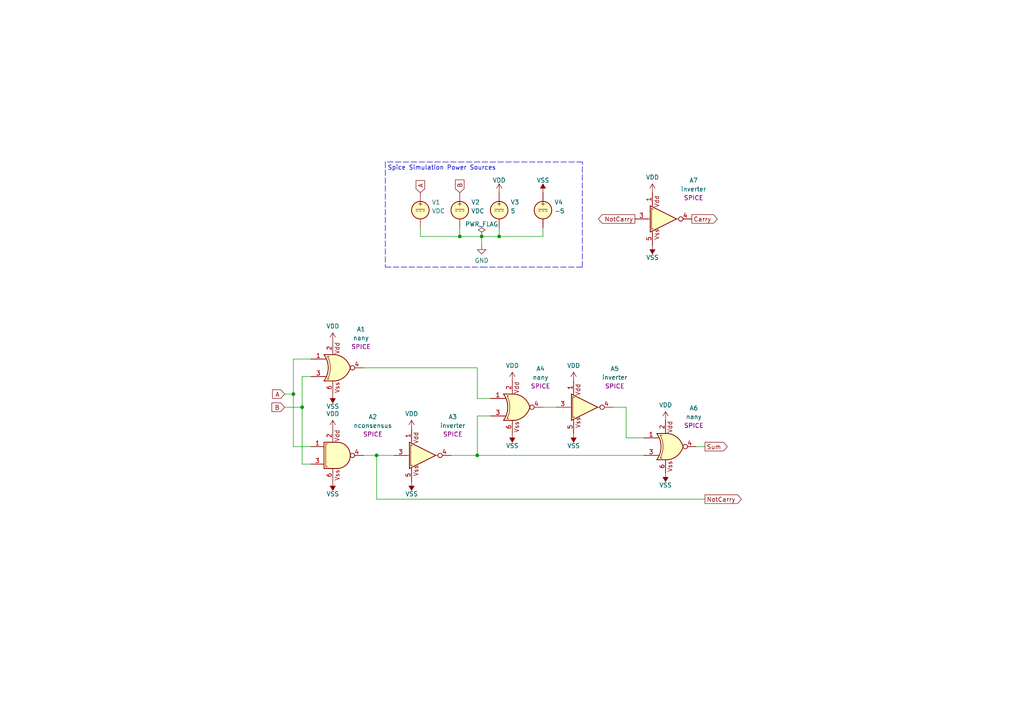
<source format=kicad_sch>
(kicad_sch (version 20211123) (generator eeschema)
  (paper "A4")
  (lib_symbols
    (symbol "Simulation_SPICE:VDC" (pin_numbers hide) (pin_names (offset 0.0254))
      (property "Reference" "V" (at 2.54 2.54 0))
      (property "Value" "VDC" (at 2.54 0 0))
      (property "Spice_Model" "dc(1)" (at 2.54 -2.54 0))
      (symbol "VDC_0_0"
        (polyline (pts (xy -1.27 0.254) (xy 1.27 0.254)))
        (polyline (pts (xy -0.762 -0.254) (xy -1.27 -0.254)))
        (polyline (pts (xy 0.254 -0.254) (xy -0.254 -0.254)))
        (polyline (pts (xy 1.27 -0.254) (xy 0.762 -0.254)))
        (text "+" (at 0 1.905 0) (effects (font (size 1.27 1.27))))
      )
      (symbol "VDC_0_1"
        (circle (center 0 0) (radius 2.54) (stroke (width 0.254)) (fill (type background)))
      )
      (symbol "VDC_1_1"
        (pin passive line (at 0 5.08 270) (length 2.54) (name "~") (number "1"))
        (pin passive line (at 0 -5.08 90) (length 2.54) (name "~") (number "2"))
      )
    )
    (symbol "TernaryLogic:inverter" (pin_names (offset 1.016))
      (property "Reference" "A" (at -0.635 1.27 0))
      (property "Value" "inverter" (at -0.635 -0.635 0))
      (property "Spice_Primitive" "X" (at -0.635 1.27 0))
      (property "Spice_Model" "Inverter" (at -0.635 1.27 0))
      (property "Spice_Netlist_Enabled" "Y" (at -0.635 1.27 0))
      (symbol "inverter_0_0"
        (polyline (pts (xy -3.81 0) (xy -3.302 0)))
        (polyline (pts (xy -2.54 -3.81) (xy -2.54 -3.556)))
        (polyline (pts (xy -2.54 3.81) (xy -2.54 3.556)))
        (polyline (pts (xy 5.08 0) (xy 4.318 0)))
        (text "Vdd" (at -1.27 5.08 900) (effects (font (size 1.27 1.27))))
        (text "Vss" (at -1.27 -4.445 900) (effects (font (size 1.27 1.27))))
      )
      (symbol "inverter_0_1"
        (polyline (pts (xy -2.794 3.048) (xy -2.286 2.794)) (stroke (width 0.1524)))
        (polyline (pts (xy -2.794 3.048) (xy -2.794 -3.048) (xy -2.286 -2.794)) (stroke (width 0.1524)))
      )
      (symbol "inverter_1_1"
        (polyline (pts (xy -3.175 3.81) (xy -3.175 -3.81) (xy 4.445 0) (xy -3.175 3.81)) (stroke (width 0.254)) (fill (type background)))
        (pin power_in line (at -2.54 7.62 270) (length 3.81) (name "~") (number "1"))
        (pin input line (at -7.62 0 0) (length 3.81) (name "~") (number "3"))
        (pin output inverted (at 8.89 0 180) (length 3.81) (name "~") (number "4"))
        (pin power_in line (at -2.54 -7.62 90) (length 3.81) (name "~") (number "5"))
      )
    )
    (symbol "TernaryLogic:nany" (pin_names (offset 1.016))
      (property "Reference" "A" (at 0 1.27 0))
      (property "Value" "nany" (at 0 -1.27 0))
      (property "Spice_Primitive" "X" (at 0 1.27 0))
      (property "Spice_Model" "NAny" (at 0 1.27 0))
      (property "Spice_Netlist_Enabled" "Y" (at 0 1.27 0))
      (symbol "nany_0_0"
        (text "Vdd" (at 0 5.715 900) (effects (font (size 1.27 1.27))))
        (text "Vss" (at 0 -5.715 900) (effects (font (size 1.27 1.27))))
      )
      (symbol "nany_0_1"
        (arc (start -2.794 -3.302) (mid -1.9868 0) (end -2.794 3.302))
        (polyline (pts (xy -2.794 -3.302) (xy -2.286 -3.302)))
        (polyline (pts (xy -2.794 3.302) (xy -2.286 3.302)))
      )
      (symbol "nany_1_1"
        (arc (start -3.81 -3.81) (mid -2.589 0) (end -3.81 3.81) (stroke (width 0.254)))
        (arc (start -0.6096 -3.81) (mid 2.1842 -2.5851) (end 3.81 0) (stroke (width 0.254)) (fill (type background)))
        (polyline (pts (xy -3.81 -3.81) (xy -0.635 -3.81)) (stroke (width 0.254)) (fill (type background)))
        (polyline (pts (xy -3.81 3.81) (xy -0.635 3.81)) (stroke (width 0.254)) (fill (type background)))
        (polyline (pts (xy -0.635 3.81) (xy -3.81 3.81) (xy -3.81 3.81) (xy -3.556 3.4036) (xy -3.0226 2.2606) (xy -2.6924 1.0414) (xy -2.6162 -0.254) (xy -2.7686 -1.4986) (xy -3.175 -2.7178) (xy -3.81 -3.81) (xy -3.81 -3.81) (xy -0.635 -3.81)) (stroke (width -25.4)) (fill (type background)))
        (arc (start 3.81 0) (mid 2.1915 2.5936) (end -0.6096 3.81) (stroke (width 0.254)) (fill (type background)))
        (pin input line (at -7.62 2.54 0) (length 4.318) (name "~") (number "1"))
        (pin power_in line (at -1.27 7.62 270) (length 3.81) (name "~") (number "2"))
        (pin input line (at -7.62 -2.54 0) (length 4.318) (name "~") (number "3"))
        (pin output inverted (at 7.62 0 180) (length 3.81) (name "~") (number "4"))
        (pin power_in line (at -1.27 -7.62 90) (length 3.81) (name "~") (number "6"))
      )
    )
    (symbol "TernaryLogic:nconsensus" (pin_names (offset 1.016))
      (property "Reference" "A" (at 0 1.27 0))
      (property "Value" "nconsensus" (at 0 -1.27 0))
      (property "Spice_Primitive" "X" (at 0 1.27 0))
      (property "Spice_Model" "NConsensus" (at 0 1.27 0))
      (property "Spice_Netlist_Enabled" "Y" (at 0 1.27 0))
      (symbol "nconsensus_0_0"
        (text "Vdd" (at 0 5.715 900) (effects (font (size 1.27 1.27))))
        (text "Vss" (at 0 -5.715 900) (effects (font (size 1.27 1.27))))
      )
      (symbol "nconsensus_0_1"
        (polyline (pts (xy -3.302 3.302) (xy -2.794 3.302)))
        (polyline (pts (xy -3.302 3.302) (xy -3.302 -3.302) (xy -3.048 -3.302) (xy -2.794 -3.302)))
      )
      (symbol "nconsensus_1_1"
        (arc (start 0 -3.81) (mid 3.81 0) (end 0 3.81) (stroke (width 0.254)) (fill (type background)))
        (polyline (pts (xy 0 3.81) (xy -3.81 3.81) (xy -3.81 -3.81) (xy 0 -3.81)) (stroke (width 0.254)) (fill (type background)))
        (pin input line (at -7.62 2.54 0) (length 3.81) (name "~") (number "1"))
        (pin power_in line (at -1.27 7.62 270) (length 3.81) (name "~") (number "2"))
        (pin input line (at -7.62 -2.54 0) (length 3.81) (name "~") (number "3"))
        (pin output inverted (at 7.62 0 180) (length 3.81) (name "~") (number "4"))
        (pin power_in line (at -1.27 -7.62 90) (length 3.81) (name "~") (number "6"))
      )
    )
    (symbol "power:GND" (power) (pin_names (offset 0))
      (property "Value" "GND" (at 0 -3.81 0))
      (symbol "GND_0_1"
        (polyline (pts (xy 0 0) (xy 0 -1.27) (xy 1.27 -1.27) (xy 0 -2.54) (xy -1.27 -1.27) (xy 0 -1.27)))
      )
      (symbol "GND_1_1"
        (pin power_in line (at 0 0 270) (length 0) hide (name "GND") (number "1"))
      )
    )
    (symbol "power:PWR_FLAG" (power) (pin_numbers hide) (pin_names (offset 0) hide)
      (property "Value" "PWR_FLAG" (at 0 3.81 0))
      (symbol "PWR_FLAG_0_0"
        (pin power_out line (at 0 0 90) (length 0) (name "pwr") (number "1"))
      )
      (symbol "PWR_FLAG_0_1"
        (polyline (pts (xy 0 0) (xy 0 1.27) (xy -1.016 1.905) (xy 0 2.54) (xy 1.016 1.905) (xy 0 1.27)))
      )
    )
    (symbol "power:VDD" (power) (pin_names (offset 0))
      (property "Value" "VDD" (at 0 3.81 0))
      (symbol "VDD_0_1"
        (polyline (pts (xy -0.762 1.27) (xy 0 2.54)))
        (polyline (pts (xy 0 0) (xy 0 2.54)))
        (polyline (pts (xy 0 2.54) (xy 0.762 1.27)))
      )
      (symbol "VDD_1_1"
        (pin power_in line (at 0 0 90) (length 0) hide (name "VDD") (number "1"))
      )
    )
    (symbol "power:VSS" (power) (pin_names (offset 0))
      (property "Value" "VSS" (at 0 3.81 0))
      (symbol "VSS_0_1"
        (polyline (pts (xy 0 0) (xy 0 2.54)))
        (polyline (pts (xy 0.762 1.27) (xy -0.762 1.27) (xy 0 2.54) (xy 0.762 1.27)) (fill (type outline)))
      )
      (symbol "VSS_1_1"
        (pin power_in line (at 0 0 90) (length 0) hide (name "VSS") (number "1"))
      )
    )
  )
  (junction (at 144.78 68.58))
  (junction (at 85.09 114.3))
  (junction (at 133.35 68.58))
  (junction (at 139.7 68.58))
  (junction (at 87.63 118.11))
  (junction (at 109.22 132.08))
  (junction (at 138.43 132.08))
  (wire (pts (xy 144.78 66.04) (xy 144.78 68.58)))
  (wire (pts (xy 85.09 114.3) (xy 85.09 104.14)))
  (wire (pts (xy 138.43 132.08) (xy 186.69 132.08)))
  (wire (pts (xy 186.69 127) (xy 181.61 127)))
  (polyline (pts (xy 111.76 77.47) (xy 139.7 77.47)))
  (wire (pts (xy 121.92 66.04) (xy 121.92 68.58)))
  (wire (pts (xy 90.17 109.22) (xy 87.63 109.22)))
  (wire (pts (xy 87.63 118.11) (xy 87.63 134.62)))
  (wire (pts (xy 133.35 66.04) (xy 133.35 68.58)))
  (wire (pts (xy 85.09 104.14) (xy 90.17 104.14)))
  (wire (pts (xy 139.7 68.58) (xy 144.78 68.58)))
  (wire (pts (xy 181.61 118.11) (xy 181.61 127)))
  (wire (pts (xy 157.48 68.58) (xy 157.48 66.04)))
  (wire (pts (xy 105.41 132.08) (xy 109.22 132.08)))
  (wire (pts (xy 121.92 68.58) (xy 133.35 68.58)))
  (wire (pts (xy 85.09 129.54) (xy 85.09 114.3)))
  (polyline (pts (xy 168.91 46.99) (xy 111.76 46.99)))
  (wire (pts (xy 201.93 129.54) (xy 204.47 129.54)))
  (wire (pts (xy 139.7 68.58) (xy 139.7 71.12)))
  (wire (pts (xy 109.22 144.78) (xy 204.47 144.78)))
  (wire (pts (xy 87.63 134.62) (xy 90.17 134.62)))
  (wire (pts (xy 109.22 132.08) (xy 109.22 144.78)))
  (wire (pts (xy 82.55 118.11) (xy 87.63 118.11)))
  (wire (pts (xy 82.55 114.3) (xy 85.09 114.3)))
  (polyline (pts (xy 139.7 77.47) (xy 168.91 77.47)))
  (wire (pts (xy 138.43 106.68) (xy 138.43 115.57)))
  (polyline (pts (xy 168.91 77.47) (xy 168.91 46.99)))
  (wire (pts (xy 138.43 132.08) (xy 138.43 120.65)))
  (wire (pts (xy 109.22 132.08) (xy 114.3 132.08)))
  (wire (pts (xy 181.61 118.11) (xy 177.8 118.11)))
  (wire (pts (xy 144.78 68.58) (xy 157.48 68.58)))
  (wire (pts (xy 157.48 118.11) (xy 161.29 118.11)))
  (wire (pts (xy 87.63 109.22) (xy 87.63 118.11)))
  (wire (pts (xy 90.17 129.54) (xy 85.09 129.54)))
  (polyline (pts (xy 111.76 46.99) (xy 111.76 77.47)))
  (wire (pts (xy 105.41 106.68) (xy 138.43 106.68)))
  (wire (pts (xy 130.81 132.08) (xy 138.43 132.08)))
  (wire (pts (xy 138.43 120.65) (xy 142.24 120.65)))
  (wire (pts (xy 138.43 115.57) (xy 142.24 115.57)))
  (wire (pts (xy 133.35 68.58) (xy 139.7 68.58)))
  (text "Spice Simulation Power Sources" (at 112.395 49.53 0) (effects (font (size 1.27 1.27)) (justify left bottom)))
  (global_label "A" (shape input) (at 121.92 55.88 90) (property "Intersheet References" "${INTERSHEET_REFS}" (effects hide)))
  (global_label "NotCarry" (shape output) (at 204.47 144.78 0) (property "Intersheet References" "${INTERSHEET_REFS}" (effects hide)))
  (global_label "B" (shape input) (at 82.55 118.11 180) (property "Intersheet References" "${INTERSHEET_REFS}" (effects hide)))
  (global_label "B" (shape input) (at 133.35 55.88 90) (property "Intersheet References" "${INTERSHEET_REFS}" (effects hide)))
  (global_label "NotCarry" (shape output) (at 184.15 63.5 180) (property "Intersheet References" "${INTERSHEET_REFS}" (effects hide)))
  (global_label "Carry" (shape output) (at 200.66 63.5 0) (property "Intersheet References" "${INTERSHEET_REFS}" (effects hide)))
  (global_label "A" (shape input) (at 82.55 114.3 180) (property "Intersheet References" "${INTERSHEET_REFS}" (effects hide)))
  (global_label "Sum" (shape output) (at 204.47 129.54 0) (property "Intersheet References" "${INTERSHEET_REFS}" (effects hide)))
  (symbol (lib_id "power:VDD") (at 119.38 124.46 0) (unit 1)
    (property "Reference" "#PWR05" (effects hide))
    (property "Value" "VDD" (at 119.38 120.0166 0))
  )
  (symbol (lib_id "TernaryLogic:nconsensus") (at 97.79 132.08 0) (unit 1)
    (property "Reference" "A2" (at 108.1261 120.8966 0))
    (property "Value" "nconsensus" (at 108.1261 123.4335 0))
    (property "Footprint" "Ternary_Rev_1:nconsensus" (effects hide))
    (property "Spice_Primitive" "X" (at 108.1261 125.9704 0))
    (property "Spice_Model" "NConsensus" (at 108.1261 128.5073 0))
    (property "Spice_Netlist_Enabled" "Y" (at 108.1261 131.0442 0))
    (property "Spice_Lib_File" "${TRITIUM_LIB}/TritiumSpice.lib" (effects hide))
  )
  (symbol (lib_id "TernaryLogic:inverter") (at 168.91 118.11 0) (unit 1)
    (property "Reference" "A5" (at 178.3027 106.9266 0))
    (property "Value" "inverter" (at 178.3027 109.4635 0))
    (property "Footprint" "Ternary_Rev_1:inverter" (effects hide))
    (property "Spice_Primitive" "X" (at 178.3027 112.0004 0))
    (property "Spice_Model" "Inverter" (at 178.3027 114.5373 0))
    (property "Spice_Netlist_Enabled" "Y" (at 178.3027 117.0742 0))
    (property "Spice_Lib_File" "${TRITIUM_LIB}/TritiumSpice.lib" (effects hide))
  )
  (symbol (lib_id "power:VDD") (at 189.23 55.88 0) (unit 1)
    (property "Reference" "#PWR018" (effects hide))
    (property "Value" "VDD" (at 189.23 51.4366 0))
  )
  (symbol (lib_id "power:PWR_FLAG") (at 139.7 68.58 0) (unit 1)
    (property "Reference" "#FLG01" (effects hide))
    (property "Value" "PWR_FLAG" (at 139.7 65.0042 0))
  )
  (symbol (lib_id "Simulation_SPICE:VDC") (at 144.78 60.96 0) (unit 1)
    (property "Reference" "V3" (at 148.082 58.6671 0) (effects (justify left)))
    (property "Value" "VDC" (at 148.082 61.204 0) (effects (justify left)))
    (property "Spice_Netlist_Enabled" "Y" (effects hide))
    (property "Spice_Primitive" "V" (effects hide))
    (property "Spice_Model" "dc(5)" (at 148.082 63.7409 0) (effects (justify left)))
  )
  (symbol (lib_id "TernaryLogic:inverter") (at 191.77 63.5 0) (unit 1)
    (property "Reference" "A7" (at 201.1627 52.3166 0))
    (property "Value" "inverter" (at 201.1627 54.8535 0))
    (property "Footprint" "Ternary_Rev_1:inverter" (effects hide))
    (property "Spice_Primitive" "X" (at 201.1627 57.3904 0))
    (property "Spice_Model" "Inverter" (at 201.1627 59.9273 0))
    (property "Spice_Netlist_Enabled" "Y" (at 201.1627 62.4642 0))
    (property "Spice_Lib_File" "${TRITIUM_LIB}/TritiumSpice.lib" (effects hide))
  )
  (symbol (lib_id "power:VDD") (at 148.59 110.49 0) (unit 1)
    (property "Reference" "#PWR07" (effects hide))
    (property "Value" "VDD" (at 148.59 106.0466 0))
  )
  (symbol (lib_id "power:VSS") (at 148.59 125.73 180) (unit 1)
    (property "Reference" "#PWR08" (effects hide))
    (property "Value" "VSS" (at 148.59 129.3058 0))
  )
  (symbol (lib_id "power:GND") (at 139.7 71.12 0) (unit 1)
    (property "Reference" "#PWR09" (effects hide))
    (property "Value" "GND" (at 139.7 75.5634 0))
  )
  (symbol (lib_id "Simulation_SPICE:VDC") (at 133.35 60.96 0) (unit 1)
    (property "Reference" "V2" (at 136.652 58.6671 0) (effects (justify left)))
    (property "Value" "VDC" (at 136.652 61.204 0) (effects (justify left)))
    (property "Spice_Netlist_Enabled" "Y" (effects hide))
    (property "Spice_Primitive" "V" (effects hide))
    (property "Spice_Model" "-5" (at 136.652 63.7409 0) (effects (justify left)))
  )
  (symbol (lib_id "TernaryLogic:nany") (at 149.86 118.11 0) (unit 1)
    (property "Reference" "A4" (at 156.7792 106.9266 0))
    (property "Value" "nany" (at 156.7792 109.4635 0))
    (property "Footprint" "Ternary_Rev_1:nany" (effects hide))
    (property "Spice_Primitive" "X" (at 156.7792 112.0004 0))
    (property "Spice_Model" "NAny" (at 156.7792 114.5373 0))
    (property "Spice_Netlist_Enabled" "Y" (at 156.7792 117.0742 0))
    (property "Spice_Lib_File" "${TRITIUM_LIB}/TritiumSpice.lib" (effects hide))
  )
  (symbol (lib_id "TernaryLogic:nany") (at 97.79 106.68 0) (unit 1)
    (property "Reference" "A1" (at 104.7092 95.4966 0))
    (property "Value" "nany" (at 104.7092 98.0335 0))
    (property "Footprint" "Ternary_Rev_1:nany" (effects hide))
    (property "Spice_Primitive" "X" (at 104.7092 100.5704 0))
    (property "Spice_Model" "NAny" (at 104.7092 103.1073 0))
    (property "Spice_Netlist_Enabled" "Y" (at 104.7092 105.6442 0))
    (property "Spice_Lib_File" "${TRITIUM_LIB}/TritiumSpice.lib" (effects hide))
  )
  (symbol (lib_id "TernaryLogic:nany") (at 194.31 129.54 0) (unit 1)
    (property "Reference" "A6" (at 201.2292 118.3566 0))
    (property "Value" "nany" (at 201.2292 120.8935 0))
    (property "Footprint" "Ternary_Rev_1:nany" (effects hide))
    (property "Spice_Primitive" "X" (at 201.2292 123.4304 0))
    (property "Spice_Model" "NAny" (at 201.2292 125.9673 0))
    (property "Spice_Netlist_Enabled" "Y" (at 201.2292 128.5042 0))
    (property "Spice_Lib_File" "${TRITIUM_LIB}/TritiumSpice.lib" (effects hide))
  )
  (symbol (lib_id "power:VSS") (at 189.23 71.12 180) (unit 1)
    (property "Reference" "#PWR019" (effects hide))
    (property "Value" "VSS" (at 189.23 74.6958 0))
  )
  (symbol (lib_id "power:VDD") (at 96.52 99.06 0) (unit 1)
    (property "Reference" "#PWR01" (effects hide))
    (property "Value" "VDD" (at 96.52 94.6166 0))
  )
  (symbol (lib_id "power:VDD") (at 144.78 55.88 0) (unit 1)
    (property "Reference" "#PWR010" (effects hide))
    (property "Value" "VDD" (at 144.78 52.3042 0))
  )
  (symbol (lib_id "power:VSS") (at 119.38 139.7 180) (unit 1)
    (property "Reference" "#PWR06" (effects hide))
    (property "Value" "VSS" (at 119.38 143.2758 0))
  )
  (symbol (lib_id "power:VSS") (at 193.04 137.16 180) (unit 1)
    (property "Reference" "#PWR015" (effects hide))
    (property "Value" "VSS" (at 193.04 140.7358 0))
  )
  (symbol (lib_id "power:VSS") (at 157.48 55.88 0) (unit 1)
    (property "Reference" "#PWR013" (effects hide))
    (property "Value" "VSS" (at 157.48 52.3042 0))
  )
  (symbol (lib_id "power:VDD") (at 193.04 121.92 0) (unit 1)
    (property "Reference" "#PWR014" (effects hide))
    (property "Value" "VDD" (at 193.04 117.4766 0))
  )
  (symbol (lib_id "power:VDD") (at 96.52 124.46 0) (unit 1)
    (property "Reference" "#PWR03" (effects hide))
    (property "Value" "VDD" (at 96.52 120.0166 0))
  )
  (symbol (lib_id "power:VDD") (at 166.37 110.49 0) (unit 1)
    (property "Reference" "#PWR011" (effects hide))
    (property "Value" "VDD" (at 166.37 106.0466 0))
  )
  (symbol (lib_id "power:VSS") (at 166.37 125.73 180) (unit 1)
    (property "Reference" "#PWR012" (effects hide))
    (property "Value" "VSS" (at 166.37 129.3058 0))
  )
  (symbol (lib_id "TernaryLogic:inverter") (at 121.92 132.08 0) (unit 1)
    (property "Reference" "A3" (at 131.3127 120.8966 0))
    (property "Value" "inverter" (at 131.3127 123.4335 0))
    (property "Footprint" "Ternary_Rev_1:inverter" (effects hide))
    (property "Spice_Primitive" "X" (at 131.3127 125.9704 0))
    (property "Spice_Model" "Inverter" (at 131.3127 128.5073 0))
    (property "Spice_Netlist_Enabled" "Y" (at 131.3127 131.0442 0))
    (property "Spice_Lib_File" "${TRITIUM_LIB}/TritiumSpice.lib" (effects hide))
  )
  (symbol (lib_id "Simulation_SPICE:VDC") (at 157.48 60.96 0) (unit 1)
    (property "Reference" "V4" (at 160.782 58.6671 0) (effects (justify left)))
    (property "Value" "VDC" (at 160.782 61.204 0) (effects (justify left)))
    (property "Spice_Netlist_Enabled" "Y" (effects hide))
    (property "Spice_Primitive" "V" (effects hide))
    (property "Spice_Model" "dc(-5)" (at 160.782 63.7409 0) (effects (justify left)))
  )
  (symbol (lib_id "power:VSS") (at 96.52 114.3 180) (unit 1)
    (property "Reference" "#PWR02" (effects hide))
    (property "Value" "VSS" (at 96.52 117.8758 0))
  )
  (symbol (lib_id "power:VSS") (at 96.52 139.7 180) (unit 1)
    (property "Reference" "#PWR04" (effects hide))
    (property "Value" "VSS" (at 96.52 143.2758 0))
  )
  (symbol (lib_id "Simulation_SPICE:VDC") (at 121.92 60.96 0) (unit 1)
    (property "Reference" "V1" (at 125.222 58.6671 0) (effects (justify left)))
    (property "Value" "VDC" (at 125.222 61.204 0) (effects (justify left)))
    (property "Spice_Netlist_Enabled" "Y" (effects hide))
    (property "Spice_Primitive" "V" (effects hide))
    (property "Spice_Model" "5" (at 125.222 63.7409 0) (effects (justify left)))
  )
)
</source>
